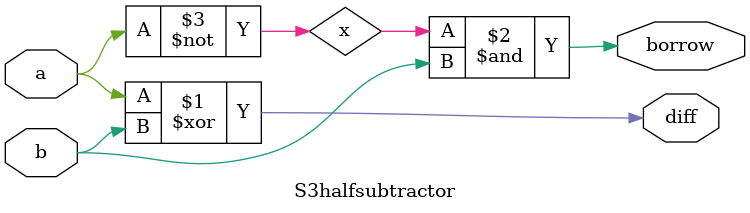
<source format=v>
`timescale 1ns / 1ps
module S3halfsubtractor(a,b,diff,borrow
    );
input a,b;
output diff,borrow;
wire diff,borrow,x;
xor x1(diff,a,b);
not n1(x,a);
and a1(borrow,x,b);
endmodule

</source>
